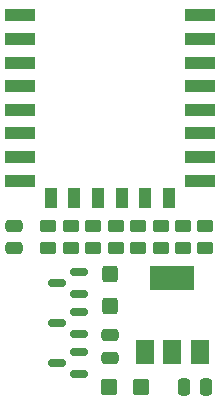
<source format=gbr>
%TF.GenerationSoftware,KiCad,Pcbnew,7.0.6*%
%TF.CreationDate,2024-04-30T22:58:06+02:00*%
%TF.ProjectId,nboard,6e626f61-7264-42e6-9b69-6361645f7063,rev?*%
%TF.SameCoordinates,Original*%
%TF.FileFunction,Paste,Top*%
%TF.FilePolarity,Positive*%
%FSLAX46Y46*%
G04 Gerber Fmt 4.6, Leading zero omitted, Abs format (unit mm)*
G04 Created by KiCad (PCBNEW 7.0.6) date 2024-04-30 22:58:06*
%MOMM*%
%LPD*%
G01*
G04 APERTURE LIST*
G04 Aperture macros list*
%AMRoundRect*
0 Rectangle with rounded corners*
0 $1 Rounding radius*
0 $2 $3 $4 $5 $6 $7 $8 $9 X,Y pos of 4 corners*
0 Add a 4 corners polygon primitive as box body*
4,1,4,$2,$3,$4,$5,$6,$7,$8,$9,$2,$3,0*
0 Add four circle primitives for the rounded corners*
1,1,$1+$1,$2,$3*
1,1,$1+$1,$4,$5*
1,1,$1+$1,$6,$7*
1,1,$1+$1,$8,$9*
0 Add four rect primitives between the rounded corners*
20,1,$1+$1,$2,$3,$4,$5,0*
20,1,$1+$1,$4,$5,$6,$7,0*
20,1,$1+$1,$6,$7,$8,$9,0*
20,1,$1+$1,$8,$9,$2,$3,0*%
G04 Aperture macros list end*
%ADD10RoundRect,0.250000X-0.475000X0.250000X-0.475000X-0.250000X0.475000X-0.250000X0.475000X0.250000X0*%
%ADD11RoundRect,0.250000X-0.450000X0.262500X-0.450000X-0.262500X0.450000X-0.262500X0.450000X0.262500X0*%
%ADD12RoundRect,0.250000X-0.250000X-0.475000X0.250000X-0.475000X0.250000X0.475000X-0.250000X0.475000X0*%
%ADD13R,2.500000X1.000000*%
%ADD14R,1.000000X1.800000*%
%ADD15RoundRect,0.250000X0.450000X-0.262500X0.450000X0.262500X-0.450000X0.262500X-0.450000X-0.262500X0*%
%ADD16RoundRect,0.150000X0.587500X0.150000X-0.587500X0.150000X-0.587500X-0.150000X0.587500X-0.150000X0*%
%ADD17RoundRect,0.250000X0.425000X-0.450000X0.425000X0.450000X-0.425000X0.450000X-0.425000X-0.450000X0*%
%ADD18RoundRect,0.250000X0.450000X0.425000X-0.450000X0.425000X-0.450000X-0.425000X0.450000X-0.425000X0*%
%ADD19R,1.500000X2.000000*%
%ADD20R,3.800000X2.000000*%
G04 APERTURE END LIST*
D10*
%TO.C,C3*%
X157400000Y-97850000D03*
X157400000Y-99750000D03*
%TD*%
D11*
%TO.C,R8*%
X155980000Y-88587500D03*
X155980000Y-90412500D03*
%TD*%
D12*
%TO.C,C2*%
X163650000Y-102200000D03*
X165550000Y-102200000D03*
%TD*%
D13*
%TO.C,U1*%
X149800000Y-70750000D03*
X149800000Y-72750000D03*
X149800000Y-74750000D03*
X149800000Y-76750000D03*
X149800000Y-78750000D03*
X149800000Y-80750000D03*
X149800000Y-82750000D03*
X149800000Y-84750000D03*
D14*
X152400000Y-86250000D03*
X154400000Y-86250000D03*
X156400000Y-86250000D03*
X158400000Y-86250000D03*
X160400000Y-86250000D03*
X162400000Y-86250000D03*
D13*
X165000000Y-84750000D03*
X165000000Y-82750000D03*
X165000000Y-80750000D03*
X165000000Y-78750000D03*
X165000000Y-76750000D03*
X165000000Y-74750000D03*
X165000000Y-72750000D03*
X165000000Y-70750000D03*
%TD*%
D15*
%TO.C,R2*%
X157900000Y-90412500D03*
X157900000Y-88587500D03*
%TD*%
%TO.C,R1*%
X159800000Y-90412500D03*
X159800000Y-88587500D03*
%TD*%
D16*
%TO.C,Q1*%
X154837500Y-97750000D03*
X154837500Y-95850000D03*
X152962500Y-96800000D03*
%TD*%
D11*
%TO.C,R3*%
X161700000Y-88587500D03*
X161700000Y-90412500D03*
%TD*%
D17*
%TO.C,C4*%
X157400000Y-95350000D03*
X157400000Y-92650000D03*
%TD*%
D18*
%TO.C,C1*%
X160050000Y-102200000D03*
X157350000Y-102200000D03*
%TD*%
D11*
%TO.C,R4*%
X163600000Y-88587500D03*
X163600000Y-90412500D03*
%TD*%
%TO.C,R6*%
X154080000Y-88587500D03*
X154080000Y-90412500D03*
%TD*%
D16*
%TO.C,Q3*%
X154837500Y-101150000D03*
X154837500Y-99250000D03*
X152962500Y-100200000D03*
%TD*%
%TO.C,Q2*%
X154837500Y-94350000D03*
X154837500Y-92450000D03*
X152962500Y-93400000D03*
%TD*%
D11*
%TO.C,R7*%
X152180000Y-88587500D03*
X152180000Y-90412500D03*
%TD*%
%TO.C,R5*%
X165500000Y-88587500D03*
X165500000Y-90412500D03*
%TD*%
D19*
%TO.C,U2*%
X160400000Y-99250000D03*
X162700000Y-99250000D03*
D20*
X162700000Y-92950000D03*
D19*
X165000000Y-99250000D03*
%TD*%
D10*
%TO.C,C5*%
X149300000Y-88550000D03*
X149300000Y-90450000D03*
%TD*%
M02*

</source>
